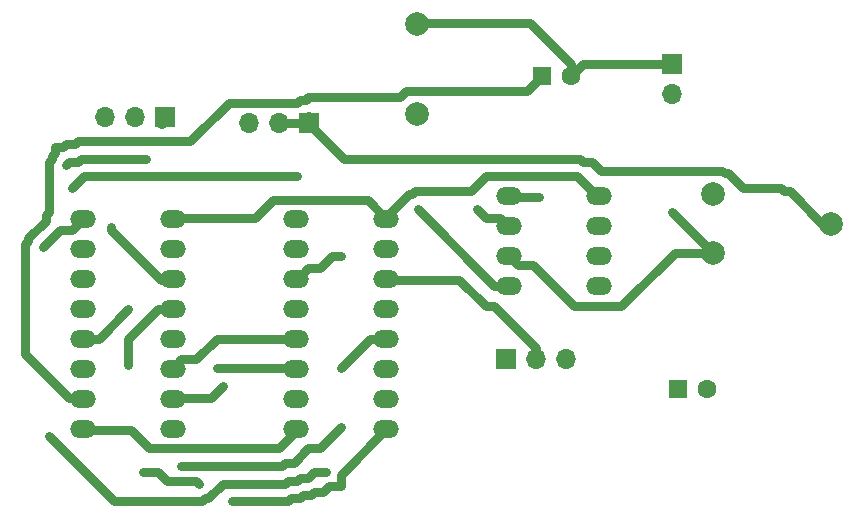
<source format=gbr>
G04 #@! TF.FileFunction,Copper,L2,Bot,Signal*
%FSLAX46Y46*%
G04 Gerber Fmt 4.6, Leading zero omitted, Abs format (unit mm)*
G04 Created by KiCad (PCBNEW 4.0.7) date 06/02/18 16:37:52*
%MOMM*%
%LPD*%
G01*
G04 APERTURE LIST*
%ADD10C,0.100000*%
%ADD11R,1.600000X1.600000*%
%ADD12C,1.600000*%
%ADD13R,1.700000X1.700000*%
%ADD14O,1.700000X1.700000*%
%ADD15C,1.998980*%
%ADD16O,2.199640X1.501140*%
%ADD17C,0.600000*%
%ADD18C,0.750000*%
%ADD19C,0.850000*%
G04 APERTURE END LIST*
D10*
D11*
X68000000Y-25000000D03*
D12*
X70500000Y-25000000D03*
D11*
X79500000Y-51500000D03*
D12*
X82000000Y-51500000D03*
D13*
X36068000Y-28448000D03*
D14*
X33528000Y-28448000D03*
X30988000Y-28448000D03*
D13*
X79000000Y-24000000D03*
D14*
X79000000Y-26540000D03*
D13*
X48260000Y-28956000D03*
D14*
X45720000Y-28956000D03*
X43180000Y-28956000D03*
D13*
X65000000Y-49000000D03*
D14*
X67540000Y-49000000D03*
X70080000Y-49000000D03*
D15*
X57404000Y-28194000D03*
X57404000Y-20574000D03*
X82498740Y-35000640D03*
X92501260Y-37500000D03*
X82498740Y-39999360D03*
D16*
X47190000Y-37110000D03*
X47190000Y-39650000D03*
X47190000Y-42190000D03*
X47190000Y-44730000D03*
X47190000Y-47270000D03*
X47190000Y-49810000D03*
X47190000Y-52350000D03*
X47190000Y-54890000D03*
X54810000Y-54890000D03*
X54810000Y-52350000D03*
X54810000Y-49810000D03*
X54810000Y-47270000D03*
X54810000Y-44730000D03*
X54810000Y-42190000D03*
X54810000Y-39650000D03*
X54810000Y-37110000D03*
X65190000Y-35190000D03*
X65190000Y-37730000D03*
X65190000Y-40270000D03*
X65190000Y-42810000D03*
X72810000Y-42810000D03*
X72810000Y-40270000D03*
X72810000Y-37730000D03*
X72810000Y-35190000D03*
X29190000Y-37110000D03*
X29190000Y-39650000D03*
X29190000Y-42190000D03*
X29190000Y-44730000D03*
X29190000Y-47270000D03*
X29190000Y-49810000D03*
X29190000Y-52350000D03*
X29190000Y-54890000D03*
X36810000Y-54890000D03*
X36810000Y-52350000D03*
X36810000Y-49810000D03*
X36810000Y-47270000D03*
X36810000Y-44730000D03*
X36810000Y-42190000D03*
X36810000Y-39650000D03*
X36810000Y-37110000D03*
D17*
X67750000Y-35250000D03*
X33000000Y-44750000D03*
X31500000Y-37750000D03*
X79000000Y-36500000D03*
X51000000Y-40250000D03*
X57500000Y-36250000D03*
X62500000Y-36250000D03*
X41000000Y-51250000D03*
X40500000Y-49750000D03*
X39000000Y-59500000D03*
X34250000Y-58500000D03*
X33000000Y-49500000D03*
X34500000Y-32000000D03*
X27750000Y-32500000D03*
X41750000Y-61000000D03*
X25750000Y-39500000D03*
X26250000Y-55500000D03*
X49750000Y-58500000D03*
X28250000Y-34500000D03*
X47250000Y-33500000D03*
X37500000Y-58000000D03*
X51000000Y-54750000D03*
X51000000Y-49750000D03*
D18*
X72810000Y-35190000D02*
X72500000Y-35000000D01*
X72500000Y-35000000D02*
X71000000Y-33500000D01*
X71000000Y-33500000D02*
X63250000Y-33500000D01*
X63250000Y-33500000D02*
X62000000Y-34750000D01*
X62000000Y-34750000D02*
X57250000Y-34750000D01*
X57250000Y-34750000D02*
X57000000Y-35000000D01*
X57000000Y-35000000D02*
X56750000Y-35000000D01*
X56750000Y-35000000D02*
X54750000Y-37000000D01*
X54750000Y-37000000D02*
X54810000Y-37110000D01*
X54810000Y-37110000D02*
X54750000Y-37000000D01*
X54750000Y-37000000D02*
X53250000Y-35500000D01*
X53250000Y-35500000D02*
X45250000Y-35500000D01*
X45250000Y-35500000D02*
X43750000Y-37000000D01*
X43750000Y-37000000D02*
X36750000Y-37000000D01*
X36750000Y-37000000D02*
X36810000Y-37110000D01*
X35814000Y-29083000D02*
X35774000Y-29068000D01*
X67540000Y-49000000D02*
X67500000Y-49000000D01*
X67500000Y-49000000D02*
X67500000Y-48000000D01*
X67500000Y-48000000D02*
X64000000Y-44500000D01*
X64000000Y-44500000D02*
X63250000Y-44500000D01*
X63250000Y-44500000D02*
X61000000Y-42250000D01*
X61000000Y-42250000D02*
X54750000Y-42250000D01*
X54750000Y-42250000D02*
X54810000Y-42190000D01*
X67540000Y-49000000D02*
X67500000Y-49000000D01*
X68000000Y-25000000D02*
X66750000Y-26250000D01*
X66750000Y-26250000D02*
X56500000Y-26250000D01*
X56500000Y-26250000D02*
X56000000Y-26750000D01*
X56000000Y-26750000D02*
X48250000Y-26750000D01*
X48250000Y-26750000D02*
X48000000Y-27000000D01*
X48000000Y-27000000D02*
X47500000Y-27000000D01*
X47500000Y-27000000D02*
X47250000Y-27250000D01*
X47250000Y-27250000D02*
X41500000Y-27250000D01*
X41500000Y-27250000D02*
X38250000Y-30500000D01*
X38250000Y-30500000D02*
X28750000Y-30500000D01*
X28750000Y-30500000D02*
X28500000Y-30750000D01*
X28500000Y-30750000D02*
X27750000Y-30750000D01*
X27750000Y-30750000D02*
X27500000Y-31000000D01*
X27500000Y-31000000D02*
X26750000Y-31000000D01*
X26750000Y-31000000D02*
X26750000Y-31500000D01*
X26750000Y-31500000D02*
X26500000Y-31750000D01*
X26500000Y-31750000D02*
X26500000Y-32000000D01*
X26500000Y-32000000D02*
X26250000Y-32250000D01*
X26250000Y-32250000D02*
X26250000Y-36500000D01*
X26250000Y-36500000D02*
X26000000Y-36750000D01*
X26000000Y-36750000D02*
X26000000Y-37250000D01*
X26000000Y-37250000D02*
X24500000Y-38750000D01*
X24500000Y-38750000D02*
X24500000Y-39000000D01*
X24500000Y-39000000D02*
X24250000Y-39250000D01*
X24250000Y-39250000D02*
X24250000Y-48500000D01*
X24250000Y-48500000D02*
X28000000Y-52250000D01*
X28000000Y-52250000D02*
X29250000Y-52250000D01*
X29250000Y-52250000D02*
X29190000Y-52350000D01*
X70500000Y-25000000D02*
X70500000Y-24000000D01*
X70500000Y-24000000D02*
X67000000Y-20500000D01*
X67000000Y-20500000D02*
X57500000Y-20500000D01*
X57500000Y-20500000D02*
X57404000Y-20574000D01*
X70500000Y-25000000D02*
X71500000Y-24000000D01*
X71500000Y-24000000D02*
X79000000Y-24000000D01*
X57500000Y-20500000D02*
X57404000Y-20574000D01*
X67750000Y-35250000D02*
X65250000Y-35250000D01*
X65250000Y-35250000D02*
X65190000Y-35190000D01*
X33000000Y-44750000D02*
X30500000Y-47250000D01*
X30500000Y-47250000D02*
X29250000Y-47250000D01*
X29250000Y-47250000D02*
X29190000Y-47270000D01*
X31500000Y-37750000D02*
X31500000Y-38000000D01*
X31500000Y-38000000D02*
X35750000Y-42250000D01*
X35750000Y-42250000D02*
X36750000Y-42250000D01*
X36750000Y-42250000D02*
X36810000Y-42190000D01*
X82498740Y-39999360D02*
X82500000Y-40000000D01*
X82500000Y-40000000D02*
X79000000Y-36500000D01*
X47190000Y-42190000D02*
X47500000Y-42000000D01*
X47500000Y-42000000D02*
X48250000Y-41250000D01*
X48250000Y-41250000D02*
X49250000Y-41250000D01*
X49250000Y-41250000D02*
X50250000Y-40250000D01*
X50250000Y-40250000D02*
X51000000Y-40250000D01*
X57500000Y-36250000D02*
X64000000Y-42750000D01*
X64000000Y-42750000D02*
X65250000Y-42750000D01*
X65250000Y-42750000D02*
X65190000Y-42810000D01*
X65190000Y-40270000D02*
X65250000Y-40250000D01*
X65250000Y-40250000D02*
X66000000Y-41000000D01*
X66000000Y-41000000D02*
X67250000Y-41000000D01*
X67250000Y-41000000D02*
X70750000Y-44500000D01*
X70750000Y-44500000D02*
X74750000Y-44500000D01*
X74750000Y-44500000D02*
X79250000Y-40000000D01*
X79250000Y-40000000D02*
X82500000Y-40000000D01*
X82500000Y-40000000D02*
X82498740Y-39999360D01*
X47190000Y-54890000D02*
X47250000Y-55000000D01*
X47250000Y-55000000D02*
X45750000Y-56500000D01*
X45750000Y-56500000D02*
X34750000Y-56500000D01*
X34750000Y-56500000D02*
X33250000Y-55000000D01*
X33250000Y-55000000D02*
X29250000Y-55000000D01*
X29250000Y-55000000D02*
X29190000Y-54890000D01*
X43000000Y-29000000D02*
X43180000Y-28956000D01*
X82500000Y-40000000D02*
X82498740Y-39999360D01*
X48260000Y-28956000D02*
X48250000Y-29000000D01*
X48250000Y-29000000D02*
X51250000Y-32000000D01*
X51250000Y-32000000D02*
X71250000Y-32000000D01*
X71250000Y-32000000D02*
X71500000Y-32250000D01*
X71500000Y-32250000D02*
X72250000Y-32250000D01*
X72250000Y-32250000D02*
X73000000Y-33000000D01*
X73000000Y-33000000D02*
X83250000Y-33000000D01*
X83250000Y-33000000D02*
X83500000Y-33250000D01*
X83500000Y-33250000D02*
X83750000Y-33250000D01*
X83750000Y-33250000D02*
X85000000Y-34500000D01*
X85000000Y-34500000D02*
X88250000Y-34500000D01*
X88250000Y-34500000D02*
X88500000Y-34750000D01*
X88500000Y-34750000D02*
X89000000Y-34750000D01*
X89000000Y-34750000D02*
X91750000Y-37500000D01*
X91750000Y-37500000D02*
X92501260Y-37500000D01*
X48260000Y-28956000D02*
X48500000Y-29000000D01*
X92000000Y-37500000D02*
X92501260Y-37500000D01*
X48260000Y-28956000D02*
X48500000Y-29000000D01*
X48500000Y-29000000D02*
X45500000Y-29000000D01*
X45500000Y-29000000D02*
X45720000Y-28956000D01*
D19*
X48514000Y-28702000D02*
X48260000Y-28448000D01*
D18*
X65190000Y-37730000D02*
X65250000Y-37750000D01*
X65250000Y-37750000D02*
X64500000Y-37000000D01*
X64500000Y-37000000D02*
X63250000Y-37000000D01*
X63250000Y-37000000D02*
X62500000Y-36250000D01*
X57500000Y-28000000D02*
X57404000Y-28194000D01*
X41000000Y-51250000D02*
X40000000Y-52250000D01*
X40000000Y-52250000D02*
X36750000Y-52250000D01*
X36750000Y-52250000D02*
X36810000Y-52350000D01*
X36810000Y-49810000D02*
X37000000Y-49500000D01*
X37000000Y-49500000D02*
X37500000Y-49000000D01*
X37500000Y-49000000D02*
X38750000Y-49000000D01*
X38750000Y-49000000D02*
X40500000Y-47250000D01*
X40500000Y-47250000D02*
X47250000Y-47250000D01*
X47250000Y-47250000D02*
X47190000Y-47270000D01*
X47190000Y-49810000D02*
X47250000Y-49750000D01*
X47250000Y-49750000D02*
X40500000Y-49750000D01*
X39000000Y-59500000D02*
X38750000Y-59250000D01*
X38750000Y-59250000D02*
X36250000Y-59250000D01*
X36250000Y-59250000D02*
X35500000Y-58500000D01*
X35500000Y-58500000D02*
X34250000Y-58500000D01*
X33000000Y-49500000D02*
X33000000Y-47250000D01*
X33000000Y-47250000D02*
X35500000Y-44750000D01*
X35500000Y-44750000D02*
X36750000Y-44750000D01*
X36750000Y-44750000D02*
X36810000Y-44730000D01*
X34500000Y-32000000D02*
X29000000Y-32000000D01*
X29000000Y-32000000D02*
X28750000Y-32250000D01*
X28750000Y-32250000D02*
X28000000Y-32250000D01*
X28000000Y-32250000D02*
X27750000Y-32500000D01*
X41750000Y-61000000D02*
X46500000Y-61000000D01*
X46500000Y-61000000D02*
X46750000Y-60750000D01*
X46750000Y-60750000D02*
X47500000Y-60750000D01*
X47500000Y-60750000D02*
X47750000Y-60500000D01*
X47750000Y-60500000D02*
X48500000Y-60500000D01*
X48500000Y-60500000D02*
X48750000Y-60250000D01*
X48750000Y-60250000D02*
X49500000Y-60250000D01*
X49500000Y-60250000D02*
X50000000Y-59750000D01*
X50000000Y-59750000D02*
X51000000Y-59750000D01*
X51000000Y-59750000D02*
X51000000Y-58750000D01*
X51000000Y-58750000D02*
X54750000Y-55000000D01*
X54750000Y-55000000D02*
X54810000Y-54890000D01*
X29190000Y-37110000D02*
X29250000Y-37000000D01*
X29250000Y-37000000D02*
X28250000Y-38000000D01*
X28250000Y-38000000D02*
X27250000Y-38000000D01*
X27250000Y-38000000D02*
X25750000Y-39500000D01*
X26250000Y-55500000D02*
X31750000Y-61000000D01*
X31750000Y-61000000D02*
X39250000Y-61000000D01*
X39250000Y-61000000D02*
X39500000Y-60750000D01*
X39500000Y-60750000D02*
X39750000Y-60750000D01*
X39750000Y-60750000D02*
X41000000Y-59500000D01*
X41000000Y-59500000D02*
X46250000Y-59500000D01*
X46250000Y-59500000D02*
X46500000Y-59250000D01*
X46500000Y-59250000D02*
X47250000Y-59250000D01*
X47250000Y-59250000D02*
X47500000Y-59000000D01*
X47500000Y-59000000D02*
X48250000Y-59000000D01*
X48250000Y-59000000D02*
X48750000Y-58500000D01*
X48750000Y-58500000D02*
X49750000Y-58500000D01*
X28250000Y-34500000D02*
X29250000Y-33500000D01*
X29250000Y-33500000D02*
X47250000Y-33500000D01*
X37500000Y-58000000D02*
X46000000Y-58000000D01*
X46000000Y-58000000D02*
X46250000Y-57750000D01*
X46250000Y-57750000D02*
X47000000Y-57750000D01*
X47000000Y-57750000D02*
X48250000Y-56500000D01*
X48250000Y-56500000D02*
X49250000Y-56500000D01*
X49250000Y-56500000D02*
X51000000Y-54750000D01*
X51000000Y-49750000D02*
X53500000Y-47250000D01*
X53500000Y-47250000D02*
X54750000Y-47250000D01*
X54750000Y-47250000D02*
X54810000Y-47270000D01*
M02*

</source>
